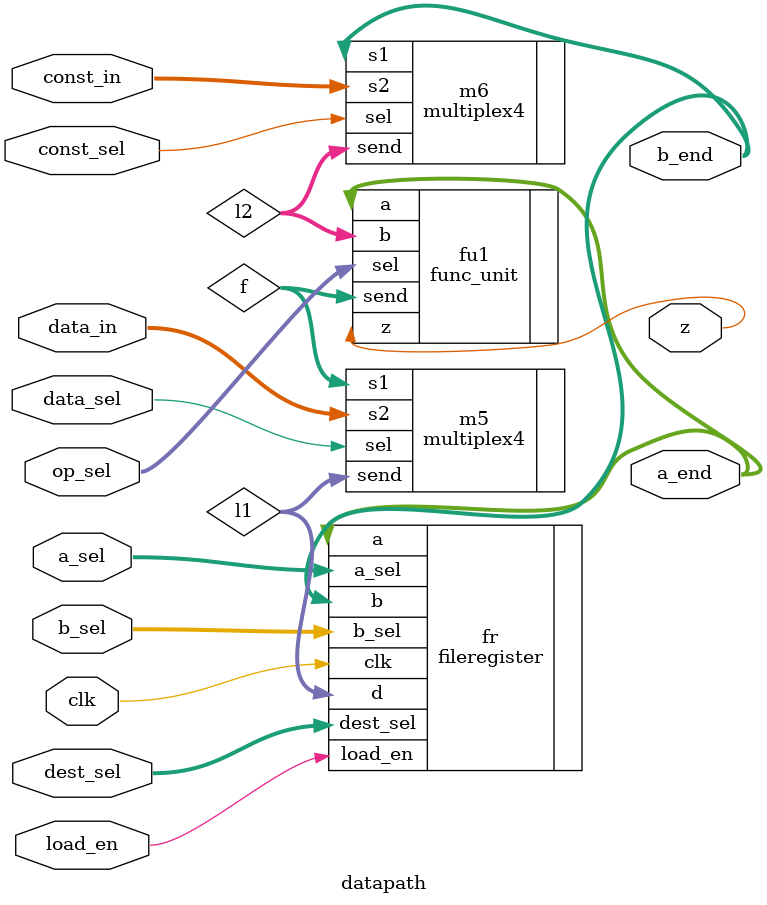
<source format=v>
module datapath(output z,output [15:0]a_end, output[15:0] b_end, input [3:0]a_sel, input [3:0]b_sel,input data_sel, input [3:0]op_sel, input [15:0]data_in,input [15:0]const_in, input [3:0]dest_sel, input load_en,input const_sel, input clk);

wire [15:0]l1,l2,f;

func_unit fu1(.z(z),.send(f), .sel(op_sel), .a(a_end), .b(l2));
multiplex4 m5(.send(l1), .s1(f), .s2(data_in), .sel(data_sel));
fileregister fr(.a(a_end), .b(b_end),.clk(clk) , .d(l1) ,.a_sel(a_sel) , .b_sel(b_sel), .dest_sel(dest_sel) ,.load_en(load_en));
multiplex4 m6(.send(l2), .s1(b_end), .s2(const_in), .sel(const_sel));

endmodule

</source>
